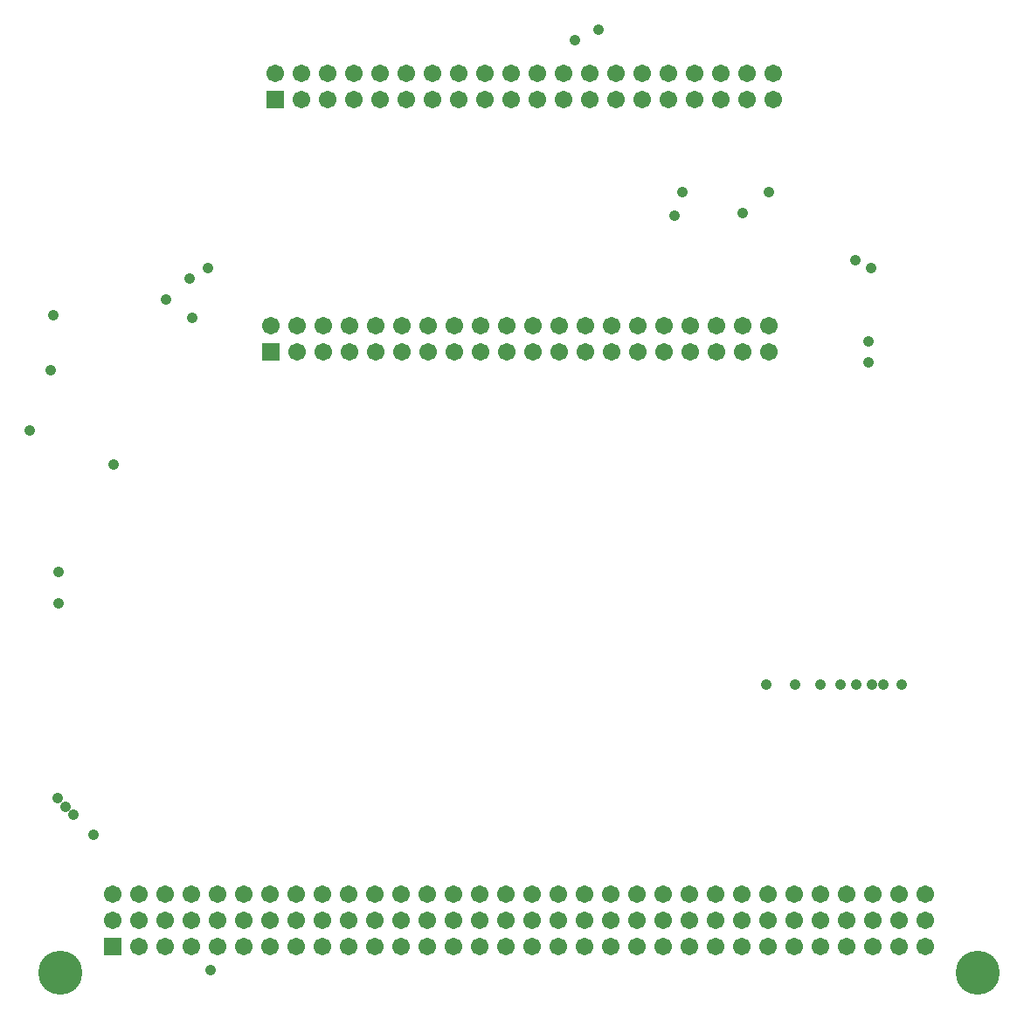
<source format=gbs>
G04 Layer_Color=16711935*
%FSLAX25Y25*%
%MOIN*%
G70*
G01*
G75*
%ADD23C,0.06706*%
%ADD24R,0.06706X0.06706*%
%ADD25C,0.16800*%
%ADD26C,0.04200*%
D23*
X597500Y664500D02*
D03*
Y654500D02*
D03*
X587500Y664500D02*
D03*
Y654500D02*
D03*
X577500Y664500D02*
D03*
Y654500D02*
D03*
X567500Y664500D02*
D03*
Y654500D02*
D03*
X557500Y664500D02*
D03*
Y654500D02*
D03*
X547500Y664500D02*
D03*
Y654500D02*
D03*
X537500Y664500D02*
D03*
Y654500D02*
D03*
X527500Y664500D02*
D03*
Y654500D02*
D03*
X517500Y664500D02*
D03*
Y654500D02*
D03*
X507500Y664500D02*
D03*
Y654500D02*
D03*
X497500Y664500D02*
D03*
Y654500D02*
D03*
X487500Y664500D02*
D03*
Y654500D02*
D03*
X477500Y664500D02*
D03*
Y654500D02*
D03*
X467500Y664500D02*
D03*
Y654500D02*
D03*
X457500Y664500D02*
D03*
Y654500D02*
D03*
X447500Y664500D02*
D03*
Y654500D02*
D03*
X437500Y664500D02*
D03*
Y654500D02*
D03*
X427500Y664500D02*
D03*
Y654500D02*
D03*
X417500Y664500D02*
D03*
Y654500D02*
D03*
X407500Y664500D02*
D03*
X596000Y568000D02*
D03*
Y558000D02*
D03*
X586000Y568000D02*
D03*
Y558000D02*
D03*
X576000Y568000D02*
D03*
Y558000D02*
D03*
X566000Y568000D02*
D03*
Y558000D02*
D03*
X556000Y568000D02*
D03*
Y558000D02*
D03*
X546000Y568000D02*
D03*
Y558000D02*
D03*
X536000Y568000D02*
D03*
Y558000D02*
D03*
X526000Y568000D02*
D03*
Y558000D02*
D03*
X516000Y568000D02*
D03*
Y558000D02*
D03*
X506000Y568000D02*
D03*
Y558000D02*
D03*
X496000Y568000D02*
D03*
Y558000D02*
D03*
X486000Y568000D02*
D03*
Y558000D02*
D03*
X476000Y568000D02*
D03*
Y558000D02*
D03*
X466000Y568000D02*
D03*
Y558000D02*
D03*
X456000Y568000D02*
D03*
Y558000D02*
D03*
X446000Y568000D02*
D03*
Y558000D02*
D03*
X436000Y568000D02*
D03*
Y558000D02*
D03*
X426000Y568000D02*
D03*
Y558000D02*
D03*
X416000Y568000D02*
D03*
Y558000D02*
D03*
X406000Y568000D02*
D03*
X465500Y351000D02*
D03*
Y341000D02*
D03*
X545500Y351000D02*
D03*
X555500D02*
D03*
X565500D02*
D03*
X575500D02*
D03*
X585500D02*
D03*
X595500D02*
D03*
X605500D02*
D03*
X615500D02*
D03*
X625500D02*
D03*
X635500D02*
D03*
X645500D02*
D03*
X655500D02*
D03*
X535500D02*
D03*
X525500D02*
D03*
X515500D02*
D03*
X505500D02*
D03*
X495500D02*
D03*
X485500D02*
D03*
X475500D02*
D03*
X455500D02*
D03*
X445500D02*
D03*
X435500D02*
D03*
X425500D02*
D03*
X415500D02*
D03*
X405500D02*
D03*
X395500D02*
D03*
X385500D02*
D03*
X375500D02*
D03*
X365500D02*
D03*
X355500D02*
D03*
X345500D02*
D03*
Y341000D02*
D03*
X355500Y331000D02*
D03*
Y341000D02*
D03*
X365500Y331000D02*
D03*
Y341000D02*
D03*
X375500Y331000D02*
D03*
Y341000D02*
D03*
X385500Y331000D02*
D03*
Y341000D02*
D03*
X395500Y331000D02*
D03*
Y341000D02*
D03*
X405500Y331000D02*
D03*
Y341000D02*
D03*
X415500Y331000D02*
D03*
Y341000D02*
D03*
X425500Y331000D02*
D03*
Y341000D02*
D03*
X435500Y331000D02*
D03*
Y341000D02*
D03*
X445500Y331000D02*
D03*
Y341000D02*
D03*
X455500Y331000D02*
D03*
Y341000D02*
D03*
X465500Y331000D02*
D03*
X475500D02*
D03*
Y341000D02*
D03*
X485500Y331000D02*
D03*
Y341000D02*
D03*
X495500Y331000D02*
D03*
Y341000D02*
D03*
X505500Y331000D02*
D03*
Y341000D02*
D03*
X515500Y331000D02*
D03*
Y341000D02*
D03*
X525500Y331000D02*
D03*
Y341000D02*
D03*
X535500Y331000D02*
D03*
Y341000D02*
D03*
X655500D02*
D03*
Y331000D02*
D03*
X645500Y341000D02*
D03*
Y331000D02*
D03*
X635500Y341000D02*
D03*
Y331000D02*
D03*
X625500Y341000D02*
D03*
Y331000D02*
D03*
X615500Y341000D02*
D03*
Y331000D02*
D03*
X605500Y341000D02*
D03*
Y331000D02*
D03*
X595500Y341000D02*
D03*
Y331000D02*
D03*
X585500Y341000D02*
D03*
Y331000D02*
D03*
X575500Y341000D02*
D03*
Y331000D02*
D03*
X565500Y341000D02*
D03*
Y331000D02*
D03*
X555500Y341000D02*
D03*
Y331000D02*
D03*
X545500Y341000D02*
D03*
Y331000D02*
D03*
D24*
X407500Y654500D02*
D03*
X406000Y558000D02*
D03*
X345500Y331000D02*
D03*
D25*
X325500Y321000D02*
D03*
X675500D02*
D03*
D26*
X376000Y571000D02*
D03*
X383000Y322000D02*
D03*
X338192Y373808D02*
D03*
X346000Y515000D02*
D03*
X314000Y528000D02*
D03*
X330692Y381308D02*
D03*
X327581Y384419D02*
D03*
X324469Y387530D02*
D03*
X646441Y431000D02*
D03*
X639641D02*
D03*
X635241D02*
D03*
X629224D02*
D03*
X595000D02*
D03*
X605928D02*
D03*
X615442D02*
D03*
X623284D02*
D03*
X522000Y677000D02*
D03*
X531000Y681000D02*
D03*
X323000Y572000D02*
D03*
X322000Y551126D02*
D03*
X325000Y462000D02*
D03*
Y474000D02*
D03*
X586000Y611000D02*
D03*
X629000Y593000D02*
D03*
X634000Y554000D02*
D03*
X635000Y590000D02*
D03*
X634000Y562000D02*
D03*
X560000Y610000D02*
D03*
X563000Y619000D02*
D03*
X596000D02*
D03*
X382000Y590000D02*
D03*
X375000Y586000D02*
D03*
X366000Y578000D02*
D03*
M02*

</source>
